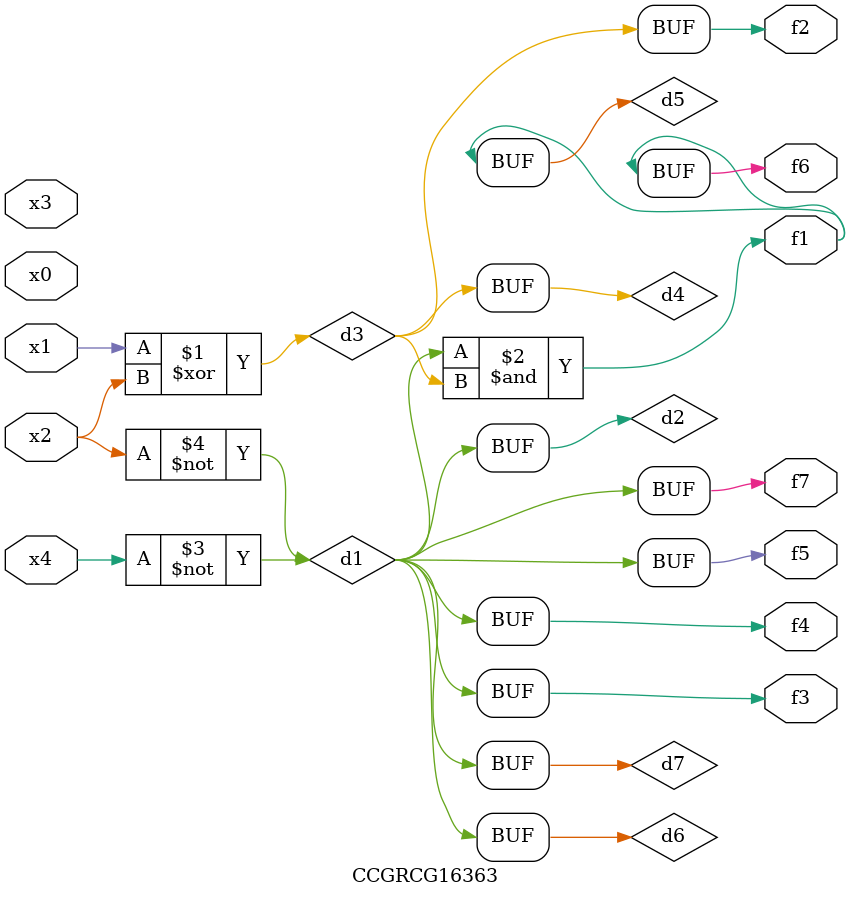
<source format=v>
module CCGRCG16363(
	input x0, x1, x2, x3, x4,
	output f1, f2, f3, f4, f5, f6, f7
);

	wire d1, d2, d3, d4, d5, d6, d7;

	not (d1, x4);
	not (d2, x2);
	xor (d3, x1, x2);
	buf (d4, d3);
	and (d5, d1, d3);
	buf (d6, d1, d2);
	buf (d7, d2);
	assign f1 = d5;
	assign f2 = d4;
	assign f3 = d7;
	assign f4 = d7;
	assign f5 = d7;
	assign f6 = d5;
	assign f7 = d7;
endmodule

</source>
